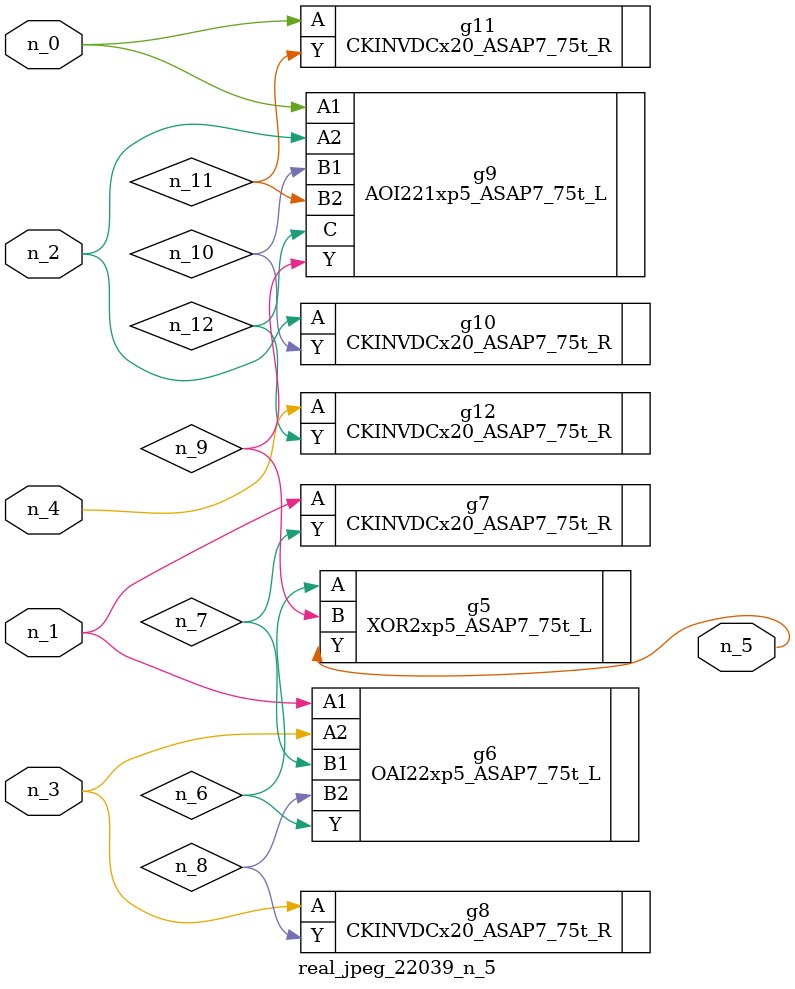
<source format=v>
module real_jpeg_22039_n_5 (n_4, n_0, n_1, n_2, n_3, n_5);

input n_4;
input n_0;
input n_1;
input n_2;
input n_3;

output n_5;

wire n_12;
wire n_8;
wire n_11;
wire n_6;
wire n_7;
wire n_10;
wire n_9;

AOI221xp5_ASAP7_75t_L g9 ( 
.A1(n_0),
.A2(n_2),
.B1(n_10),
.B2(n_11),
.C(n_12),
.Y(n_9)
);

CKINVDCx20_ASAP7_75t_R g11 ( 
.A(n_0),
.Y(n_11)
);

OAI22xp5_ASAP7_75t_L g6 ( 
.A1(n_1),
.A2(n_3),
.B1(n_7),
.B2(n_8),
.Y(n_6)
);

CKINVDCx20_ASAP7_75t_R g7 ( 
.A(n_1),
.Y(n_7)
);

CKINVDCx20_ASAP7_75t_R g10 ( 
.A(n_2),
.Y(n_10)
);

CKINVDCx20_ASAP7_75t_R g8 ( 
.A(n_3),
.Y(n_8)
);

CKINVDCx20_ASAP7_75t_R g12 ( 
.A(n_4),
.Y(n_12)
);

XOR2xp5_ASAP7_75t_L g5 ( 
.A(n_6),
.B(n_9),
.Y(n_5)
);


endmodule
</source>
